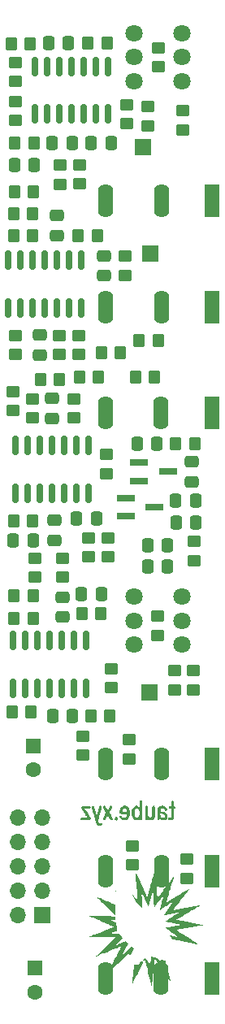
<source format=gbr>
%TF.GenerationSoftware,KiCad,Pcbnew,(6.0.2-0)*%
%TF.CreationDate,2022-07-30T11:22:52+02:00*%
%TF.ProjectId,blindeTaube,626c696e-6465-4546-9175-62652e6b6963,rev?*%
%TF.SameCoordinates,Original*%
%TF.FileFunction,Soldermask,Bot*%
%TF.FilePolarity,Negative*%
%FSLAX46Y46*%
G04 Gerber Fmt 4.6, Leading zero omitted, Abs format (unit mm)*
G04 Created by KiCad (PCBNEW (6.0.2-0)) date 2022-07-30 11:22:52*
%MOMM*%
%LPD*%
G01*
G04 APERTURE LIST*
G04 Aperture macros list*
%AMRoundRect*
0 Rectangle with rounded corners*
0 $1 Rounding radius*
0 $2 $3 $4 $5 $6 $7 $8 $9 X,Y pos of 4 corners*
0 Add a 4 corners polygon primitive as box body*
4,1,4,$2,$3,$4,$5,$6,$7,$8,$9,$2,$3,0*
0 Add four circle primitives for the rounded corners*
1,1,$1+$1,$2,$3*
1,1,$1+$1,$4,$5*
1,1,$1+$1,$6,$7*
1,1,$1+$1,$8,$9*
0 Add four rect primitives between the rounded corners*
20,1,$1+$1,$2,$3,$4,$5,0*
20,1,$1+$1,$4,$5,$6,$7,0*
20,1,$1+$1,$6,$7,$8,$9,0*
20,1,$1+$1,$8,$9,$2,$3,0*%
G04 Aperture macros list end*
%ADD10R,1.600000X3.500000*%
%ADD11O,1.600000X3.500000*%
%ADD12R,1.700000X1.700000*%
%ADD13R,1.600000X1.600000*%
%ADD14C,1.600000*%
%ADD15C,1.800000*%
%ADD16O,1.700000X1.700000*%
%ADD17RoundRect,0.250000X-0.350000X-0.450000X0.350000X-0.450000X0.350000X0.450000X-0.350000X0.450000X0*%
%ADD18RoundRect,0.250000X0.450000X-0.350000X0.450000X0.350000X-0.450000X0.350000X-0.450000X-0.350000X0*%
%ADD19RoundRect,0.250000X0.350000X0.450000X-0.350000X0.450000X-0.350000X-0.450000X0.350000X-0.450000X0*%
%ADD20RoundRect,0.250000X-0.450000X0.350000X-0.450000X-0.350000X0.450000X-0.350000X0.450000X0.350000X0*%
%ADD21RoundRect,0.250000X0.475000X-0.337500X0.475000X0.337500X-0.475000X0.337500X-0.475000X-0.337500X0*%
%ADD22RoundRect,0.250000X-0.337500X-0.475000X0.337500X-0.475000X0.337500X0.475000X-0.337500X0.475000X0*%
%ADD23R,1.900000X0.800000*%
%ADD24RoundRect,0.250000X0.337500X0.475000X-0.337500X0.475000X-0.337500X-0.475000X0.337500X-0.475000X0*%
%ADD25RoundRect,0.250000X-0.475000X0.337500X-0.475000X-0.337500X0.475000X-0.337500X0.475000X0.337500X0*%
%ADD26RoundRect,0.150000X-0.150000X0.825000X-0.150000X-0.825000X0.150000X-0.825000X0.150000X0.825000X0*%
%ADD27RoundRect,0.150000X0.150000X-0.825000X0.150000X0.825000X-0.150000X0.825000X-0.150000X-0.825000X0*%
G04 APERTURE END LIST*
%TO.C,G\u002A\u002A\u002A*%
G36*
X65850427Y-133662259D02*
G01*
X65909617Y-133686209D01*
X65997988Y-133723552D01*
X66111006Y-133772262D01*
X66244140Y-133830311D01*
X66392858Y-133895673D01*
X66552628Y-133966320D01*
X66718917Y-134040225D01*
X66887193Y-134115361D01*
X67052924Y-134189700D01*
X67211577Y-134261216D01*
X67358622Y-134327881D01*
X67489525Y-134387668D01*
X67599754Y-134438549D01*
X67684777Y-134478498D01*
X67740062Y-134505488D01*
X67761078Y-134517491D01*
X67774171Y-134552735D01*
X67785704Y-134613439D01*
X67793130Y-134684184D01*
X67795576Y-134752038D01*
X67792167Y-134804072D01*
X67782029Y-134827356D01*
X67768140Y-134839241D01*
X67783224Y-134867249D01*
X67785440Y-134870547D01*
X67796748Y-134911643D01*
X67805992Y-134991657D01*
X67813271Y-135111725D01*
X67818684Y-135272987D01*
X67827951Y-135647164D01*
X67110181Y-134944252D01*
X66874289Y-134712971D01*
X66652899Y-134495260D01*
X66460257Y-134305038D01*
X66295428Y-134141356D01*
X66157473Y-134003265D01*
X66045455Y-133889815D01*
X65958438Y-133800056D01*
X65895482Y-133733038D01*
X65855652Y-133687811D01*
X65838010Y-133663426D01*
X65841618Y-133658933D01*
X65850427Y-133662259D01*
G37*
G36*
X67873681Y-133035239D02*
G01*
X67912980Y-133058243D01*
X67925379Y-133101276D01*
X67906245Y-133148433D01*
X67879418Y-133171360D01*
X67836948Y-133173711D01*
X67800443Y-133135469D01*
X67797265Y-133128955D01*
X67793007Y-133079082D01*
X67821257Y-133043792D01*
X67873242Y-133035175D01*
X67873681Y-133035239D01*
G37*
G36*
X65322602Y-135669814D02*
G01*
X65338078Y-135670327D01*
X65454315Y-135673882D01*
X65599945Y-135677944D01*
X65769451Y-135682388D01*
X65957311Y-135687091D01*
X66158009Y-135691931D01*
X66366023Y-135696783D01*
X66575836Y-135701526D01*
X66781928Y-135706036D01*
X66978780Y-135710190D01*
X67160873Y-135713865D01*
X67322688Y-135716938D01*
X67458706Y-135719285D01*
X67563407Y-135720783D01*
X67631273Y-135721310D01*
X67822352Y-135721310D01*
X67822352Y-136121723D01*
X67562844Y-136110835D01*
X67518604Y-136108980D01*
X67426958Y-136105849D01*
X67369067Y-136106904D01*
X67345733Y-136114371D01*
X67357757Y-136130478D01*
X67405942Y-136157450D01*
X67491088Y-136197514D01*
X67613999Y-136252896D01*
X67620101Y-136255638D01*
X67712459Y-136297742D01*
X67789993Y-136334157D01*
X67844729Y-136361069D01*
X67868689Y-136374664D01*
X67875169Y-136393537D01*
X67885360Y-136447321D01*
X67896824Y-136526419D01*
X67908095Y-136621643D01*
X67915587Y-136684914D01*
X67933112Y-136805920D01*
X67953311Y-136921128D01*
X67973149Y-137012321D01*
X67977144Y-137028382D01*
X67992829Y-137102690D01*
X68000063Y-137158274D01*
X67997295Y-137184113D01*
X67983408Y-137191617D01*
X67935144Y-137213529D01*
X67859390Y-137246153D01*
X67763012Y-137286543D01*
X67652877Y-137331758D01*
X67572796Y-137364603D01*
X67471126Y-137407205D01*
X67387848Y-137443163D01*
X67329944Y-137469448D01*
X67304395Y-137483027D01*
X67306432Y-137485605D01*
X67339369Y-137490472D01*
X67406187Y-137494649D01*
X67501199Y-137497912D01*
X67618715Y-137500035D01*
X67753047Y-137500793D01*
X68221823Y-137500793D01*
X68322227Y-137633195D01*
X68323445Y-137634800D01*
X68382503Y-137712061D01*
X68441152Y-137787822D01*
X68486864Y-137845902D01*
X68551098Y-137926206D01*
X67684654Y-138794828D01*
X67843536Y-138727687D01*
X67857971Y-138721574D01*
X67934615Y-138688908D01*
X68039353Y-138644053D01*
X68163642Y-138590678D01*
X68298938Y-138532450D01*
X68436697Y-138473037D01*
X68870976Y-138285527D01*
X68985624Y-138399949D01*
X69100273Y-138514370D01*
X68800966Y-139167423D01*
X68501660Y-139820476D01*
X69468102Y-138841482D01*
X69531515Y-138875516D01*
X69625978Y-138935044D01*
X69687026Y-138995440D01*
X69707756Y-139052220D01*
X69704773Y-139070127D01*
X69685387Y-139126907D01*
X69651573Y-139207354D01*
X69607555Y-139302940D01*
X69557555Y-139405139D01*
X69505797Y-139505423D01*
X69456504Y-139595267D01*
X69413899Y-139666143D01*
X69382205Y-139709525D01*
X69333500Y-139749115D01*
X69260955Y-139767515D01*
X69193448Y-139767515D01*
X69205126Y-139638726D01*
X69216805Y-139509936D01*
X69075352Y-139644022D01*
X69047920Y-139670037D01*
X69014826Y-139701457D01*
X68976297Y-139738076D01*
X68930230Y-139781897D01*
X68874523Y-139834923D01*
X68807074Y-139899158D01*
X68725780Y-139976605D01*
X68628538Y-140069267D01*
X68513247Y-140179147D01*
X68377803Y-140308249D01*
X68220106Y-140458574D01*
X68038051Y-140632128D01*
X67829537Y-140830913D01*
X67592461Y-141056931D01*
X67519583Y-141126228D01*
X67405177Y-141234226D01*
X67302933Y-141329781D01*
X67216527Y-141409509D01*
X67149637Y-141470028D01*
X67105941Y-141507954D01*
X67089116Y-141519906D01*
X67092870Y-141509153D01*
X67113244Y-141463729D01*
X67149901Y-141385621D01*
X67201356Y-141277892D01*
X67266128Y-141143601D01*
X67342733Y-140985808D01*
X67429690Y-140807575D01*
X67525515Y-140611961D01*
X67628726Y-140402027D01*
X67737840Y-140180835D01*
X67817234Y-140020024D01*
X67922312Y-139806771D01*
X68020486Y-139607055D01*
X68110267Y-139423927D01*
X68190165Y-139260442D01*
X68258692Y-139119653D01*
X68314361Y-139004614D01*
X68355681Y-138918377D01*
X68381165Y-138863995D01*
X68389324Y-138844523D01*
X68387703Y-138844791D01*
X68357794Y-138855403D01*
X68292787Y-138880221D01*
X68196000Y-138917930D01*
X68070752Y-138967218D01*
X67920359Y-139026773D01*
X67748141Y-139095280D01*
X67557415Y-139171428D01*
X67351499Y-139253903D01*
X67133710Y-139341392D01*
X67091853Y-139358229D01*
X66872419Y-139446459D01*
X66663144Y-139530536D01*
X66467670Y-139609003D01*
X66289640Y-139680399D01*
X66132698Y-139743265D01*
X66000485Y-139796142D01*
X65896646Y-139837571D01*
X65824822Y-139866091D01*
X65788657Y-139880243D01*
X65693328Y-139916337D01*
X65790148Y-139826038D01*
X65793906Y-139822534D01*
X65831757Y-139787296D01*
X65897144Y-139726462D01*
X65987119Y-139642773D01*
X66098734Y-139538971D01*
X66229042Y-139417797D01*
X66375092Y-139281994D01*
X66533939Y-139134302D01*
X66702632Y-138977464D01*
X66878224Y-138814221D01*
X67869480Y-137892703D01*
X66537784Y-137877719D01*
X66506399Y-137877364D01*
X66270582Y-137874612D01*
X66045404Y-137871833D01*
X65834830Y-137869085D01*
X65642825Y-137866427D01*
X65473357Y-137863918D01*
X65330391Y-137861616D01*
X65217894Y-137859579D01*
X65139830Y-137857866D01*
X65100167Y-137856534D01*
X65091529Y-137855914D01*
X65075688Y-137853344D01*
X65069193Y-137848412D01*
X65074563Y-137840051D01*
X65094316Y-137827193D01*
X65130968Y-137808770D01*
X65187037Y-137783714D01*
X65265042Y-137750958D01*
X65367498Y-137709432D01*
X65496925Y-137658071D01*
X65655839Y-137595806D01*
X65846758Y-137521568D01*
X66072200Y-137434291D01*
X66334681Y-137332906D01*
X66466068Y-137282079D01*
X66685111Y-137196835D01*
X66889908Y-137116505D01*
X67077294Y-137042363D01*
X67244101Y-136975689D01*
X67387164Y-136917757D01*
X67503315Y-136869846D01*
X67589390Y-136833232D01*
X67642221Y-136809191D01*
X67658643Y-136799002D01*
X67654807Y-136796753D01*
X67619074Y-136780030D01*
X67548828Y-136748802D01*
X67447358Y-136704487D01*
X67317953Y-136648500D01*
X67163905Y-136582256D01*
X66988502Y-136507173D01*
X66795034Y-136424666D01*
X66586791Y-136336152D01*
X66367064Y-136243046D01*
X66286648Y-136209012D01*
X66069752Y-136117097D01*
X65864983Y-136030153D01*
X65675705Y-135949619D01*
X65505282Y-135876931D01*
X65357076Y-135813529D01*
X65234451Y-135760850D01*
X65140770Y-135720331D01*
X65079397Y-135693412D01*
X65053695Y-135681530D01*
X65048610Y-135676951D01*
X65062223Y-135669978D01*
X65110810Y-135666534D01*
X65196795Y-135666515D01*
X65322602Y-135669814D01*
G37*
G36*
X73283373Y-133636908D02*
G01*
X73231279Y-133811359D01*
X73186605Y-133962068D01*
X73150348Y-134085681D01*
X73123503Y-134178843D01*
X73107068Y-134238201D01*
X73102039Y-134260399D01*
X73107847Y-134258512D01*
X73144776Y-134238828D01*
X73213207Y-134199643D01*
X73310183Y-134142727D01*
X73432749Y-134069848D01*
X73577946Y-133982776D01*
X73742820Y-133883279D01*
X73924414Y-133773128D01*
X74119773Y-133654091D01*
X74325938Y-133527938D01*
X74438578Y-133458917D01*
X74639372Y-133336107D01*
X74827773Y-133221167D01*
X75000821Y-133115888D01*
X75155552Y-133022061D01*
X75289004Y-132941477D01*
X75398216Y-132875927D01*
X75480226Y-132827201D01*
X75532071Y-132797091D01*
X75550789Y-132787387D01*
X75547445Y-132793091D01*
X75522249Y-132827792D01*
X75474198Y-132891585D01*
X75405398Y-132981737D01*
X75317957Y-133095516D01*
X75213982Y-133230190D01*
X75095580Y-133383026D01*
X74964859Y-133551291D01*
X74823925Y-133732254D01*
X74674886Y-133923181D01*
X74590206Y-134031695D01*
X74445984Y-134217254D01*
X74311405Y-134391345D01*
X74188539Y-134551237D01*
X74079455Y-134694202D01*
X73986222Y-134817512D01*
X73910909Y-134918438D01*
X73855585Y-134994250D01*
X73822319Y-135042221D01*
X73813180Y-135059620D01*
X73818070Y-135059503D01*
X73857931Y-135054164D01*
X73934545Y-135042127D01*
X74044401Y-135023995D01*
X74183986Y-135000369D01*
X74349788Y-134971853D01*
X74538295Y-134939047D01*
X74745996Y-134902556D01*
X74969377Y-134862980D01*
X75204928Y-134820923D01*
X75302109Y-134803530D01*
X75533045Y-134762400D01*
X75750333Y-134723979D01*
X75950470Y-134688871D01*
X76129948Y-134657679D01*
X76285262Y-134631008D01*
X76412907Y-134609460D01*
X76509376Y-134593639D01*
X76571164Y-134584150D01*
X76594765Y-134581596D01*
X76591083Y-134585458D01*
X76557698Y-134608229D01*
X76492376Y-134649821D01*
X76398029Y-134708458D01*
X76277570Y-134782365D01*
X76133910Y-134869767D01*
X75969963Y-134968888D01*
X75788641Y-135077952D01*
X75592857Y-135195184D01*
X75385522Y-135318808D01*
X75272140Y-135386317D01*
X75069836Y-135507002D01*
X74880200Y-135620421D01*
X74706204Y-135724781D01*
X74550820Y-135818289D01*
X74417018Y-135899150D01*
X74307772Y-135965571D01*
X74226051Y-136015758D01*
X74174828Y-136047919D01*
X74157074Y-136060259D01*
X74162375Y-136062231D01*
X74202439Y-136071875D01*
X74278955Y-136088583D01*
X74388522Y-136111662D01*
X74527740Y-136140414D01*
X74693207Y-136174146D01*
X74881522Y-136212161D01*
X75089286Y-136253764D01*
X75313098Y-136298261D01*
X75549555Y-136344956D01*
X75668809Y-136368461D01*
X75900099Y-136414249D01*
X76117412Y-136457528D01*
X76317297Y-136497598D01*
X76496304Y-136533756D01*
X76650983Y-136565300D01*
X76777882Y-136591529D01*
X76873550Y-136611741D01*
X76934537Y-136625234D01*
X76957393Y-136631306D01*
X76953686Y-136633171D01*
X76916624Y-136641759D01*
X76842794Y-136656284D01*
X76735575Y-136676150D01*
X76598348Y-136700762D01*
X76434493Y-136729523D01*
X76247392Y-136761837D01*
X76040424Y-136797108D01*
X75816971Y-136834740D01*
X75580412Y-136874136D01*
X75468968Y-136892622D01*
X75236266Y-136931402D01*
X75017282Y-136968138D01*
X74815527Y-137002225D01*
X74634512Y-137033063D01*
X74477749Y-137060047D01*
X74348749Y-137082575D01*
X74251023Y-137100044D01*
X74188082Y-137111851D01*
X74163439Y-137117394D01*
X74168331Y-137125507D01*
X74203290Y-137154167D01*
X74267322Y-137200653D01*
X74356490Y-137262257D01*
X74466853Y-137336272D01*
X74594475Y-137419988D01*
X74735416Y-137510697D01*
X74750244Y-137520155D01*
X74930557Y-137635175D01*
X75134210Y-137765106D01*
X75349866Y-137902711D01*
X75566184Y-138040756D01*
X75771826Y-138172004D01*
X75955454Y-138289221D01*
X76083246Y-138371069D01*
X76216366Y-138456951D01*
X76333156Y-138532964D01*
X76429725Y-138596544D01*
X76502184Y-138645130D01*
X76546642Y-138676155D01*
X76559208Y-138687058D01*
X76551245Y-138685701D01*
X76507003Y-138676932D01*
X76427829Y-138660777D01*
X76317901Y-138638110D01*
X76181397Y-138609809D01*
X76022495Y-138576751D01*
X75845373Y-138539811D01*
X75654209Y-138499867D01*
X75453180Y-138457794D01*
X75246466Y-138414470D01*
X75038243Y-138370770D01*
X74832691Y-138327571D01*
X74633986Y-138285751D01*
X74446306Y-138246184D01*
X74273831Y-138209749D01*
X74120737Y-138177320D01*
X73991203Y-138149775D01*
X73889406Y-138127991D01*
X73819525Y-138112843D01*
X73785738Y-138105209D01*
X73784129Y-138104731D01*
X73751734Y-138079914D01*
X73708735Y-138028841D01*
X73663946Y-137961885D01*
X73619444Y-137888203D01*
X73574600Y-137815183D01*
X73541373Y-137762381D01*
X73498223Y-137695612D01*
X73589020Y-137715894D01*
X73624418Y-137723850D01*
X73700591Y-137741066D01*
X73802378Y-137764131D01*
X73920878Y-137791026D01*
X74047189Y-137819735D01*
X74152927Y-137843669D01*
X74259362Y-137867494D01*
X74345039Y-137886378D01*
X74403112Y-137898815D01*
X74426733Y-137903295D01*
X74424430Y-137900892D01*
X74395577Y-137879387D01*
X74336922Y-137837617D01*
X74252044Y-137778076D01*
X74144518Y-137703256D01*
X74017922Y-137615650D01*
X73875833Y-137517752D01*
X73721827Y-137412053D01*
X73583602Y-137317236D01*
X73430505Y-137211702D01*
X73307590Y-137126089D01*
X73212048Y-137058253D01*
X73141069Y-137006054D01*
X73091845Y-136967350D01*
X73061564Y-136939997D01*
X73047419Y-136921854D01*
X73046599Y-136910779D01*
X73056295Y-136904630D01*
X73068384Y-136901586D01*
X73120713Y-136890667D01*
X73206511Y-136874005D01*
X73320316Y-136852620D01*
X73456665Y-136827533D01*
X73610096Y-136799764D01*
X73775146Y-136770334D01*
X73850443Y-136756987D01*
X74016416Y-136727431D01*
X74171444Y-136699647D01*
X74309369Y-136674748D01*
X74424035Y-136653848D01*
X74509286Y-136638061D01*
X74558966Y-136628502D01*
X74675479Y-136604785D01*
X73851553Y-136428348D01*
X73792698Y-136415730D01*
X73615904Y-136377647D01*
X73453844Y-136342471D01*
X73310971Y-136311188D01*
X73191734Y-136284779D01*
X73100586Y-136264230D01*
X73041978Y-136250524D01*
X73020361Y-136244645D01*
X73023446Y-136241447D01*
X73054510Y-136219019D01*
X73115892Y-136177341D01*
X73203917Y-136118831D01*
X73314911Y-136045909D01*
X73445199Y-135960996D01*
X73591106Y-135866511D01*
X73748958Y-135764873D01*
X73830489Y-135712384D01*
X73979719Y-135615552D01*
X74113477Y-135527762D01*
X74228383Y-135451297D01*
X74321055Y-135388435D01*
X74388113Y-135341457D01*
X74426175Y-135312645D01*
X74431860Y-135304278D01*
X74419511Y-135307002D01*
X74351848Y-135321108D01*
X74255167Y-135340452D01*
X74134899Y-135364013D01*
X73996476Y-135390770D01*
X73845331Y-135419702D01*
X73686896Y-135449786D01*
X73526603Y-135480003D01*
X73369883Y-135509329D01*
X73222170Y-135536746D01*
X73088895Y-135561230D01*
X72975491Y-135581761D01*
X72887389Y-135597317D01*
X72830022Y-135606877D01*
X72808822Y-135609420D01*
X72810745Y-135604897D01*
X72832025Y-135571870D01*
X72874584Y-135509970D01*
X72935862Y-135422801D01*
X73013299Y-135313971D01*
X73104335Y-135187084D01*
X73206412Y-135045746D01*
X73316969Y-134893564D01*
X73369852Y-134820906D01*
X73476864Y-134673435D01*
X73574302Y-134538567D01*
X73659591Y-134419901D01*
X73730159Y-134321037D01*
X73783432Y-134245572D01*
X73816836Y-134197105D01*
X73827799Y-134179235D01*
X73825322Y-134180134D01*
X73795823Y-134197554D01*
X73736080Y-134235095D01*
X73649867Y-134290319D01*
X73540954Y-134360788D01*
X73413116Y-134444066D01*
X73270124Y-134537713D01*
X73115751Y-134639294D01*
X73060505Y-134675659D01*
X72909747Y-134774152D01*
X72771611Y-134863330D01*
X72649867Y-134940830D01*
X72548287Y-135004286D01*
X72470642Y-135051332D01*
X72420705Y-135079604D01*
X72402247Y-135086736D01*
X72402588Y-135081856D01*
X72411121Y-135042990D01*
X72429681Y-134969557D01*
X72457082Y-134865958D01*
X72492136Y-134736591D01*
X72533655Y-134585858D01*
X72580452Y-134418159D01*
X72631339Y-134237892D01*
X72652531Y-134163064D01*
X72701712Y-133988019D01*
X72746214Y-133827696D01*
X72784869Y-133686428D01*
X72816508Y-133568548D01*
X72839962Y-133478392D01*
X72854064Y-133420291D01*
X72857644Y-133398581D01*
X72857097Y-133398799D01*
X72840262Y-133419087D01*
X72802533Y-133468843D01*
X72747054Y-133543704D01*
X72676968Y-133639310D01*
X72595419Y-133751298D01*
X72505552Y-133875305D01*
X72410510Y-134006971D01*
X72313438Y-134141932D01*
X72217478Y-134275827D01*
X72125775Y-134404295D01*
X72041474Y-134522972D01*
X71967717Y-134627496D01*
X71907648Y-134713507D01*
X71864413Y-134776641D01*
X71858199Y-134784155D01*
X71840648Y-134788586D01*
X71839099Y-134780545D01*
X71834502Y-134735729D01*
X71827775Y-134655549D01*
X71819243Y-134544407D01*
X71809232Y-134406707D01*
X71798065Y-134246850D01*
X71786067Y-134069238D01*
X71773561Y-133878274D01*
X71766333Y-133766546D01*
X71754360Y-133583188D01*
X71743303Y-133415935D01*
X71733459Y-133269151D01*
X71725124Y-133147198D01*
X71718593Y-133054438D01*
X71714164Y-132995236D01*
X71712133Y-132973954D01*
X71710414Y-132978531D01*
X71699300Y-133016263D01*
X71678920Y-133088582D01*
X71650438Y-133191269D01*
X71615015Y-133320106D01*
X71573814Y-133470874D01*
X71527995Y-133639354D01*
X71478722Y-133821327D01*
X71455184Y-133908299D01*
X71406679Y-134086618D01*
X71361740Y-134250630D01*
X71321602Y-134395900D01*
X71287502Y-134517993D01*
X71260674Y-134612472D01*
X71242354Y-134674901D01*
X71233777Y-134700844D01*
X71232560Y-134701432D01*
X71217448Y-134681010D01*
X71187528Y-134624843D01*
X71144078Y-134535659D01*
X71088375Y-134416189D01*
X71021696Y-134269159D01*
X70945319Y-134097301D01*
X70860521Y-133903341D01*
X70816242Y-133801438D01*
X70743065Y-133633566D01*
X70676172Y-133480782D01*
X70617319Y-133347052D01*
X70568260Y-133236345D01*
X70530747Y-133152627D01*
X70506536Y-133099865D01*
X70497381Y-133082028D01*
X70497245Y-133082755D01*
X70498288Y-133110583D01*
X70502306Y-133175274D01*
X70508969Y-133272213D01*
X70517945Y-133396783D01*
X70528902Y-133544368D01*
X70541508Y-133710353D01*
X70555433Y-133890123D01*
X70557015Y-133910374D01*
X70571069Y-134091914D01*
X70583980Y-134261500D01*
X70595378Y-134414086D01*
X70604896Y-134544623D01*
X70612164Y-134648066D01*
X70616814Y-134719368D01*
X70618477Y-134753480D01*
X70618682Y-134813090D01*
X70492720Y-134724733D01*
X70480031Y-134715522D01*
X70412617Y-134660899D01*
X70328150Y-134586036D01*
X70236165Y-134499583D01*
X70146191Y-134410193D01*
X70141677Y-134405564D01*
X70063085Y-134324093D01*
X70002253Y-134257425D01*
X69953121Y-134196749D01*
X69909626Y-134133254D01*
X69865706Y-134058129D01*
X69815299Y-133962563D01*
X69752344Y-133837746D01*
X69699983Y-133731372D01*
X69653518Y-133633397D01*
X69618044Y-133554627D01*
X69596335Y-133501231D01*
X69591167Y-133479378D01*
X69602967Y-133484889D01*
X69640654Y-133515338D01*
X69698928Y-133567783D01*
X69772671Y-133637586D01*
X69856765Y-133720108D01*
X69924154Y-133786413D01*
X69998368Y-133857018D01*
X70057326Y-133910320D01*
X70096225Y-133942005D01*
X70110258Y-133947758D01*
X70109893Y-133941374D01*
X70106654Y-133898309D01*
X70100306Y-133818196D01*
X70091139Y-133704584D01*
X70079444Y-133561022D01*
X70065512Y-133391058D01*
X70049633Y-133198240D01*
X70032097Y-132986116D01*
X70013195Y-132758236D01*
X69993218Y-132518148D01*
X69984029Y-132407577D01*
X69964660Y-132172406D01*
X69946654Y-131950947D01*
X69930288Y-131746763D01*
X69915838Y-131563417D01*
X69903580Y-131404473D01*
X69893791Y-131273495D01*
X69886748Y-131174044D01*
X69882725Y-131109684D01*
X69882000Y-131083979D01*
X69886175Y-131088386D01*
X69906407Y-131124893D01*
X69942071Y-131194905D01*
X69991713Y-131295406D01*
X70053878Y-131423377D01*
X70127112Y-131575802D01*
X70209961Y-131749662D01*
X70300969Y-131941940D01*
X70398684Y-132149618D01*
X70501650Y-132369679D01*
X70566095Y-132507704D01*
X70666101Y-132721565D01*
X70759899Y-132921754D01*
X70846031Y-133105177D01*
X70923037Y-133268743D01*
X70989458Y-133409360D01*
X71043836Y-133523934D01*
X71084710Y-133609374D01*
X71110623Y-133662588D01*
X71120116Y-133680482D01*
X71122574Y-133673170D01*
X71135597Y-133630328D01*
X71158911Y-133552058D01*
X71191543Y-133441673D01*
X71232519Y-133302489D01*
X71280864Y-133137820D01*
X71335605Y-132950981D01*
X71395769Y-132745287D01*
X71460380Y-132524052D01*
X71528466Y-132290592D01*
X71568497Y-132153323D01*
X71634780Y-131926435D01*
X71697092Y-131713639D01*
X71754451Y-131518260D01*
X71805875Y-131343622D01*
X71850384Y-131193048D01*
X71886995Y-131069863D01*
X71914728Y-130977392D01*
X71932601Y-130918958D01*
X71939632Y-130897885D01*
X71940660Y-130897355D01*
X71943296Y-130901138D01*
X71946266Y-130914341D01*
X71949784Y-130939701D01*
X71954064Y-130979958D01*
X71959320Y-131037847D01*
X71965767Y-131116106D01*
X71973618Y-131217472D01*
X71983089Y-131344684D01*
X71994392Y-131500477D01*
X72007744Y-131687591D01*
X72023357Y-131908761D01*
X72041446Y-132166725D01*
X72062225Y-132464221D01*
X72064540Y-132497334D01*
X72080819Y-132726562D01*
X72096578Y-132942294D01*
X72111526Y-133140931D01*
X72125371Y-133318878D01*
X72137824Y-133472537D01*
X72148593Y-133598311D01*
X72157389Y-133692602D01*
X72163921Y-133751815D01*
X72167897Y-133772352D01*
X72172646Y-133767816D01*
X72200132Y-133734878D01*
X72249990Y-133672393D01*
X72320085Y-133583116D01*
X72408280Y-133469805D01*
X72493833Y-133359258D01*
X72864220Y-133359258D01*
X72874812Y-133369850D01*
X72885404Y-133359258D01*
X72874812Y-133348666D01*
X72864220Y-133359258D01*
X72493833Y-133359258D01*
X72512440Y-133335215D01*
X72630429Y-133182103D01*
X72760111Y-133013223D01*
X72899351Y-132831334D01*
X73046012Y-132639190D01*
X73124427Y-132536385D01*
X73267125Y-132349704D01*
X73401118Y-132174922D01*
X73524290Y-132014771D01*
X73634526Y-131871979D01*
X73729713Y-131749277D01*
X73807734Y-131649395D01*
X73866476Y-131575064D01*
X73903822Y-131529014D01*
X73917658Y-131513975D01*
X73916714Y-131520119D01*
X73905980Y-131560996D01*
X73884350Y-131637315D01*
X73852811Y-131745743D01*
X73812353Y-131882947D01*
X73763967Y-132045593D01*
X73708641Y-132230350D01*
X73647365Y-132433883D01*
X73581129Y-132652859D01*
X73510922Y-132883947D01*
X73474214Y-133004644D01*
X73405837Y-133230197D01*
X73366885Y-133359258D01*
X73341892Y-133442069D01*
X73283373Y-133636908D01*
G37*
G36*
X71579908Y-139880150D02*
G01*
X71626014Y-139893706D01*
X71695504Y-139918753D01*
X71793691Y-139956718D01*
X71925888Y-140009027D01*
X72311575Y-140162199D01*
X72449861Y-140372655D01*
X72451964Y-140375853D01*
X72504923Y-140454693D01*
X72548210Y-140516013D01*
X72577414Y-140553771D01*
X72588123Y-140561927D01*
X72587924Y-140559118D01*
X72581041Y-140523191D01*
X72566320Y-140460223D01*
X72546455Y-140381860D01*
X72541787Y-140364017D01*
X72522926Y-140291236D01*
X72509601Y-140238681D01*
X72504450Y-140216722D01*
X72505516Y-140214996D01*
X72531966Y-140215640D01*
X72586952Y-140226578D01*
X72661181Y-140245131D01*
X72745360Y-140268620D01*
X72830197Y-140294365D01*
X72906397Y-140319687D01*
X72964667Y-140341908D01*
X72995714Y-140358348D01*
X72997199Y-140361094D01*
X73008618Y-140395183D01*
X73029084Y-140464064D01*
X73057327Y-140563009D01*
X73092079Y-140687290D01*
X73132073Y-140832181D01*
X73176038Y-140992953D01*
X73222707Y-141164879D01*
X73270810Y-141343232D01*
X73319081Y-141523285D01*
X73366249Y-141700310D01*
X73411047Y-141869579D01*
X73452205Y-142026365D01*
X73488456Y-142165940D01*
X73518531Y-142283578D01*
X73541161Y-142374550D01*
X73555078Y-142434130D01*
X73559013Y-142457590D01*
X73554611Y-142453744D01*
X73528943Y-142421302D01*
X73482134Y-142358463D01*
X73416174Y-142268003D01*
X73333055Y-142152701D01*
X73234768Y-142015334D01*
X73123304Y-141858679D01*
X73000654Y-141685515D01*
X72868810Y-141498618D01*
X72729761Y-141300766D01*
X72652343Y-141190495D01*
X72516614Y-140997596D01*
X72389015Y-140816800D01*
X72271565Y-140650933D01*
X72166282Y-140502825D01*
X72075183Y-140375304D01*
X72000284Y-140271197D01*
X71943604Y-140193333D01*
X71907160Y-140144541D01*
X71892970Y-140127648D01*
X71891792Y-140130518D01*
X71886000Y-140165771D01*
X71876693Y-140238402D01*
X71864246Y-140344909D01*
X71849040Y-140481793D01*
X71831451Y-140645552D01*
X71811858Y-140832687D01*
X71790639Y-141039695D01*
X71768172Y-141263078D01*
X71744835Y-141499333D01*
X71737476Y-141574450D01*
X71714279Y-141810470D01*
X71692151Y-142034542D01*
X71671471Y-142242887D01*
X71652617Y-142431730D01*
X71635970Y-142597291D01*
X71621908Y-142735793D01*
X71610811Y-142843458D01*
X71603059Y-142916509D01*
X71599031Y-142951169D01*
X71596587Y-142967241D01*
X71588076Y-143010794D01*
X71581836Y-143025314D01*
X71575571Y-143004938D01*
X71559410Y-142945304D01*
X71533906Y-142848393D01*
X71499558Y-142716149D01*
X71456863Y-142550516D01*
X71406322Y-142353438D01*
X71348431Y-142126859D01*
X71283691Y-141872725D01*
X71212599Y-141592979D01*
X71135653Y-141289566D01*
X71053354Y-140964429D01*
X71016934Y-140820696D01*
X70976479Y-140661713D01*
X70940031Y-140519207D01*
X70908860Y-140398100D01*
X70884232Y-140303312D01*
X70867415Y-140239767D01*
X70859676Y-140212386D01*
X70852690Y-140204828D01*
X70830668Y-140222982D01*
X70796354Y-140281650D01*
X70778317Y-140315835D01*
X70751727Y-140356480D01*
X70729288Y-140368932D01*
X70702595Y-140360235D01*
X70692184Y-140354327D01*
X70678095Y-140339887D01*
X70680556Y-140317420D01*
X70702155Y-140278036D01*
X70745477Y-140212843D01*
X70747833Y-140209381D01*
X70792494Y-140146188D01*
X70829486Y-140098042D01*
X70851008Y-140075121D01*
X70855844Y-140072690D01*
X70896496Y-140078012D01*
X70949998Y-140117411D01*
X71013325Y-140186528D01*
X71083454Y-140281003D01*
X71157360Y-140396478D01*
X71232019Y-140528594D01*
X71304406Y-140672991D01*
X71371497Y-140825311D01*
X71418652Y-140940404D01*
X71431224Y-140857087D01*
X71431318Y-140856463D01*
X71437068Y-140808492D01*
X71445390Y-140726699D01*
X71455508Y-140619314D01*
X71466647Y-140494563D01*
X71478030Y-140360676D01*
X71478863Y-140350664D01*
X71490217Y-140220640D01*
X71501405Y-140103359D01*
X71511654Y-140006195D01*
X71520187Y-139936523D01*
X71526232Y-139901719D01*
X71528753Y-139894163D01*
X71536591Y-139881805D01*
X71551871Y-139876659D01*
X71579908Y-139880150D01*
G37*
G36*
X70571719Y-140433002D02*
G01*
X70636168Y-140440593D01*
X70684427Y-140452997D01*
X70703419Y-140468539D01*
X70703383Y-140468813D01*
X70693041Y-140492682D01*
X70665462Y-140550917D01*
X70622272Y-140640206D01*
X70565100Y-140757237D01*
X70495574Y-140898696D01*
X70415321Y-141061271D01*
X70325969Y-141241650D01*
X70229147Y-141436520D01*
X70126482Y-141642568D01*
X70117613Y-141660341D01*
X70015531Y-141864437D01*
X69919247Y-142056112D01*
X69830391Y-142232175D01*
X69750592Y-142389434D01*
X69681481Y-142524700D01*
X69624687Y-142634779D01*
X69581841Y-142716482D01*
X69554572Y-142766616D01*
X69544511Y-142781991D01*
X69545693Y-142759197D01*
X69551182Y-142698318D01*
X69560565Y-142603619D01*
X69573405Y-142479290D01*
X69589262Y-142329523D01*
X69607697Y-142158509D01*
X69628271Y-141970439D01*
X69650545Y-141769504D01*
X69761613Y-140773912D01*
X69824718Y-140743404D01*
X69862870Y-140729814D01*
X69937280Y-140716322D01*
X70021161Y-140710996D01*
X70101749Y-140713819D01*
X70166280Y-140724776D01*
X70201989Y-140743853D01*
X70220198Y-140761236D01*
X70251816Y-140769047D01*
X70253567Y-140768570D01*
X70290206Y-140773338D01*
X70340798Y-140793668D01*
X70345148Y-140795907D01*
X70399845Y-140820841D01*
X70419625Y-140821872D01*
X70404432Y-140799174D01*
X70354207Y-140752919D01*
X70269799Y-140680699D01*
X70326200Y-140565700D01*
X70344841Y-140529024D01*
X70377520Y-140477653D01*
X70411124Y-140450434D01*
X70456231Y-140436888D01*
X70504156Y-140431898D01*
X70571719Y-140433002D01*
G37*
G36*
X73218870Y-125442311D02*
G01*
X73168977Y-125557358D01*
X73143549Y-125594123D01*
X73060471Y-125669948D01*
X72953535Y-125712118D01*
X72913521Y-125718686D01*
X72786588Y-125711353D01*
X72655304Y-125662771D01*
X72521180Y-125573425D01*
X72453723Y-125518694D01*
X72420978Y-125582018D01*
X72391913Y-125628958D01*
X72338786Y-125685072D01*
X72284112Y-125714655D01*
X72236831Y-125711424D01*
X72205197Y-125692006D01*
X72167849Y-125653045D01*
X72150110Y-125599578D01*
X72149912Y-125523045D01*
X72165186Y-125414882D01*
X72176288Y-125334187D01*
X72187212Y-125207082D01*
X72194454Y-125060676D01*
X72195693Y-124991992D01*
X72476426Y-124991992D01*
X72477322Y-125041990D01*
X72484212Y-125109733D01*
X72495626Y-125183716D01*
X72510094Y-125252432D01*
X72526148Y-125304373D01*
X72528686Y-125310109D01*
X72569333Y-125368240D01*
X72624434Y-125415512D01*
X72638188Y-125423482D01*
X72729755Y-125456106D01*
X72813056Y-125453507D01*
X72881150Y-125418917D01*
X72927097Y-125355568D01*
X72943955Y-125266694D01*
X72939650Y-125217441D01*
X72916165Y-125159952D01*
X72867279Y-125112292D01*
X72787427Y-125069572D01*
X72671048Y-125026904D01*
X72641002Y-125017237D01*
X72565587Y-124993706D01*
X72509667Y-124977328D01*
X72483605Y-124971184D01*
X72482991Y-124971248D01*
X72476426Y-124991992D01*
X72195693Y-124991992D01*
X72197215Y-124907631D01*
X72197365Y-124869766D01*
X72201324Y-124696599D01*
X72211915Y-124559245D01*
X72230915Y-124452406D01*
X72260103Y-124370786D01*
X72301256Y-124309088D01*
X72356151Y-124262017D01*
X72426566Y-124224275D01*
X72496802Y-124202400D01*
X72602268Y-124186425D01*
X72716619Y-124181628D01*
X72823438Y-124188572D01*
X72906307Y-124207820D01*
X72962556Y-124234645D01*
X73050486Y-124298708D01*
X73120666Y-124377747D01*
X73169402Y-124464368D01*
X73193001Y-124551177D01*
X73187772Y-124630782D01*
X73150021Y-124695788D01*
X73139514Y-124705638D01*
X73082176Y-124735906D01*
X73029575Y-124724363D01*
X72984857Y-124671474D01*
X72971623Y-124647807D01*
X72895546Y-124540959D01*
X72813148Y-124474564D01*
X72721841Y-124447104D01*
X72619038Y-124457064D01*
X72598171Y-124463570D01*
X72544645Y-124498480D01*
X72509262Y-124560123D01*
X72487111Y-124655903D01*
X72475699Y-124732532D01*
X72701642Y-124799720D01*
X72773678Y-124821532D01*
X72900856Y-124863261D01*
X72996319Y-124900750D01*
X73066685Y-124937182D01*
X73118572Y-124975744D01*
X73158598Y-125019620D01*
X73191535Y-125072609D01*
X73229913Y-125187715D01*
X73235615Y-125266694D01*
X73239104Y-125315023D01*
X73218870Y-125442311D01*
G37*
G36*
X70603225Y-125251144D02*
G01*
X70601004Y-125405051D01*
X70597652Y-125521614D01*
X70593193Y-125599163D01*
X70587654Y-125636028D01*
X70561425Y-125677927D01*
X70518177Y-125710717D01*
X70483604Y-125719533D01*
X70449020Y-125717518D01*
X70446101Y-125715933D01*
X70376349Y-125655303D01*
X70340691Y-125569554D01*
X70326862Y-125495843D01*
X70276369Y-125560362D01*
X70237508Y-125604146D01*
X70136493Y-125677986D01*
X70024545Y-125714166D01*
X69908266Y-125712319D01*
X69794254Y-125672076D01*
X69689110Y-125593070D01*
X69611019Y-125489023D01*
X69549784Y-125352191D01*
X69508335Y-125191771D01*
X69488162Y-125016240D01*
X69785365Y-125016240D01*
X69804114Y-125164208D01*
X69845992Y-125279848D01*
X69910504Y-125361260D01*
X69914052Y-125364195D01*
X69995323Y-125407505D01*
X70078665Y-125411780D01*
X70158052Y-125379411D01*
X70227459Y-125312790D01*
X70280861Y-125214308D01*
X70294840Y-125171426D01*
X70306523Y-125106668D01*
X70310232Y-125024572D01*
X70307036Y-124912826D01*
X70301450Y-124823931D01*
X70289349Y-124729900D01*
X70268960Y-124659136D01*
X70236765Y-124600594D01*
X70189242Y-124543231D01*
X70135384Y-124498833D01*
X70055911Y-124471846D01*
X69976309Y-124483354D01*
X69903032Y-124531994D01*
X69842534Y-124616406D01*
X69821993Y-124665196D01*
X69799302Y-124760515D01*
X69786663Y-124887239D01*
X69785365Y-125016240D01*
X69488162Y-125016240D01*
X69488070Y-125015437D01*
X69490384Y-124830861D01*
X69516675Y-124645717D01*
X69547594Y-124531710D01*
X69610919Y-124393040D01*
X69694625Y-124289304D01*
X69797558Y-124221807D01*
X69918566Y-124191850D01*
X69941884Y-124190284D01*
X70065083Y-124198406D01*
X70166835Y-124238678D01*
X70255557Y-124314156D01*
X70329694Y-124396216D01*
X70336396Y-124050331D01*
X70336537Y-124043127D01*
X70339595Y-123913878D01*
X70343464Y-123819860D01*
X70348964Y-123754266D01*
X70356915Y-123710283D01*
X70368138Y-123681104D01*
X70383454Y-123659917D01*
X70436348Y-123623206D01*
X70498756Y-123621487D01*
X70556954Y-123659962D01*
X70565511Y-123670786D01*
X70573735Y-123686935D01*
X70580485Y-123710814D01*
X70585945Y-123746273D01*
X70590294Y-123797161D01*
X70593714Y-123867325D01*
X70596387Y-123960615D01*
X70598495Y-124080879D01*
X70600217Y-124231966D01*
X70601737Y-124417724D01*
X70603234Y-124642002D01*
X70604163Y-124837987D01*
X70604266Y-125024572D01*
X70604286Y-125061566D01*
X70603225Y-125251144D01*
G37*
G36*
X69304092Y-125039996D02*
G01*
X69291191Y-125177167D01*
X69266311Y-125288949D01*
X69250009Y-125334363D01*
X69176399Y-125477634D01*
X69080849Y-125590344D01*
X68966813Y-125669094D01*
X68837748Y-125710487D01*
X68727125Y-125719516D01*
X68580286Y-125700344D01*
X68451286Y-125643542D01*
X68342078Y-125549745D01*
X68321252Y-125524758D01*
X68262141Y-125428211D01*
X68238945Y-125336641D01*
X68253327Y-125255551D01*
X68282329Y-125216503D01*
X68330228Y-125204028D01*
X68389121Y-125229629D01*
X68456044Y-125292763D01*
X68490679Y-125331515D01*
X68571913Y-125405043D01*
X68648981Y-125445700D01*
X68729820Y-125458284D01*
X68751783Y-125457473D01*
X68843347Y-125430943D01*
X68916190Y-125366793D01*
X68970488Y-125264807D01*
X69006420Y-125124770D01*
X69018019Y-125055921D01*
X68737856Y-125055416D01*
X68615477Y-125054398D01*
X68482280Y-125049285D01*
X68383021Y-125037640D01*
X68312877Y-125017008D01*
X68267024Y-124984935D01*
X68240640Y-124938970D01*
X68228901Y-124876657D01*
X68227630Y-124822894D01*
X68510655Y-124822894D01*
X69013608Y-124822894D01*
X68995183Y-124724266D01*
X68985187Y-124679363D01*
X68942256Y-124569504D01*
X68880845Y-124493066D01*
X68803562Y-124452576D01*
X68713012Y-124450563D01*
X68654331Y-124470608D01*
X68609700Y-124501022D01*
X68598414Y-124514756D01*
X68555478Y-124589585D01*
X68523315Y-124678455D01*
X68510655Y-124758660D01*
X68510655Y-124822894D01*
X68227630Y-124822894D01*
X68226984Y-124795544D01*
X68232089Y-124706545D01*
X68264915Y-124550486D01*
X68329454Y-124418614D01*
X68427549Y-124306434D01*
X68515076Y-124241699D01*
X68638563Y-124189562D01*
X68765008Y-124174961D01*
X68889327Y-124196098D01*
X69006438Y-124251176D01*
X69111260Y-124338398D01*
X69198710Y-124455967D01*
X69263705Y-124602087D01*
X69271491Y-124628463D01*
X69294184Y-124750411D01*
X69299731Y-124822894D01*
X69305070Y-124892666D01*
X69304092Y-125039996D01*
G37*
G36*
X67404878Y-124203376D02*
G01*
X67454176Y-124251023D01*
X67472623Y-124321287D01*
X67463009Y-124366536D01*
X67431813Y-124446277D01*
X67380761Y-124554123D01*
X67311655Y-124686287D01*
X67226297Y-124838981D01*
X67186635Y-124908028D01*
X67340221Y-125201706D01*
X67372644Y-125264419D01*
X67432996Y-125388194D01*
X67472287Y-125483660D01*
X67491604Y-125556089D01*
X67492035Y-125610752D01*
X67474669Y-125652920D01*
X67440595Y-125687864D01*
X67402783Y-125713240D01*
X67365286Y-125723976D01*
X67328495Y-125713384D01*
X67288673Y-125678056D01*
X67242086Y-125614583D01*
X67184997Y-125519559D01*
X67113673Y-125389574D01*
X67074584Y-125317684D01*
X67035364Y-125247913D01*
X67007168Y-125200508D01*
X66994360Y-125183027D01*
X66986935Y-125192619D01*
X66963695Y-125233054D01*
X66929277Y-125297821D01*
X66887990Y-125378982D01*
X66866336Y-125421949D01*
X66804275Y-125538475D01*
X66753154Y-125621352D01*
X66709544Y-125675035D01*
X66670014Y-125703978D01*
X66631136Y-125712635D01*
X66566108Y-125696727D01*
X66516671Y-125649206D01*
X66498144Y-125579194D01*
X66499047Y-125569919D01*
X66514709Y-125516900D01*
X66547716Y-125435442D01*
X66595296Y-125332025D01*
X66654679Y-125213128D01*
X66811214Y-124910384D01*
X66676316Y-124670684D01*
X66620968Y-124570080D01*
X66569349Y-124467305D01*
X66538150Y-124388978D01*
X66525586Y-124329055D01*
X66529870Y-124281488D01*
X66549218Y-124240231D01*
X66567239Y-124218914D01*
X66624592Y-124189917D01*
X66689687Y-124193234D01*
X66747735Y-124229653D01*
X66761762Y-124247672D01*
X66796787Y-124301826D01*
X66840869Y-124376994D01*
X66887701Y-124462680D01*
X66918133Y-124519729D01*
X66956086Y-124588730D01*
X66983516Y-124635929D01*
X66995935Y-124653419D01*
X66999456Y-124649862D01*
X67019526Y-124618698D01*
X67052345Y-124562344D01*
X67092926Y-124489241D01*
X67111025Y-124456193D01*
X67173819Y-124346650D01*
X67224164Y-124269782D01*
X67265973Y-124220803D01*
X67303158Y-124194926D01*
X67339631Y-124187364D01*
X67404878Y-124203376D01*
G37*
G36*
X64833089Y-124208843D02*
G01*
X64962596Y-124211151D01*
X65058187Y-124217101D01*
X65124963Y-124228274D01*
X65168023Y-124246249D01*
X65192466Y-124272607D01*
X65203392Y-124308927D01*
X65205901Y-124356790D01*
X65205503Y-124371246D01*
X65196521Y-124425560D01*
X65179420Y-124456214D01*
X65177603Y-124457150D01*
X65142294Y-124464468D01*
X65074767Y-124471922D01*
X64983948Y-124478689D01*
X64878764Y-124483945D01*
X64604589Y-124494537D01*
X64918310Y-124958702D01*
X65013693Y-125100755D01*
X65099517Y-125231971D01*
X65163994Y-125336529D01*
X65208843Y-125418588D01*
X65235782Y-125482305D01*
X65246533Y-125531835D01*
X65242814Y-125571336D01*
X65226345Y-125604966D01*
X65198845Y-125636880D01*
X65144274Y-125691451D01*
X64698440Y-125691451D01*
X64634074Y-125691422D01*
X64500287Y-125690930D01*
X64400672Y-125689433D01*
X64329373Y-125686423D01*
X64280535Y-125681391D01*
X64248303Y-125673829D01*
X64226822Y-125663228D01*
X64210238Y-125649082D01*
X64175689Y-125589092D01*
X64171659Y-125514198D01*
X64200847Y-125441953D01*
X64205120Y-125436013D01*
X64220715Y-125419342D01*
X64243029Y-125407909D01*
X64279190Y-125400729D01*
X64336330Y-125396818D01*
X64421577Y-125395193D01*
X64542062Y-125394870D01*
X64610074Y-125394731D01*
X64711816Y-125393448D01*
X64779842Y-125390335D01*
X64819838Y-125384802D01*
X64837494Y-125376259D01*
X64838498Y-125364115D01*
X64830549Y-125349788D01*
X64801152Y-125303038D01*
X64753648Y-125230135D01*
X64691469Y-125136282D01*
X64618047Y-125026685D01*
X64536812Y-124906547D01*
X64488251Y-124834796D01*
X64403325Y-124707336D01*
X64339200Y-124607389D01*
X64293180Y-124530315D01*
X64262571Y-124471472D01*
X64244677Y-124426218D01*
X64236803Y-124389912D01*
X64236724Y-124389208D01*
X64233996Y-124328375D01*
X64247812Y-124289708D01*
X64284868Y-124254320D01*
X64305565Y-124239486D01*
X64331098Y-124227158D01*
X64365647Y-124218619D01*
X64415880Y-124213178D01*
X64488469Y-124210146D01*
X64590085Y-124208833D01*
X64727397Y-124208548D01*
X64833089Y-124208843D01*
G37*
G36*
X66284564Y-124194642D02*
G01*
X66341275Y-124231966D01*
X66358201Y-124255066D01*
X66370713Y-124287575D01*
X66375288Y-124330742D01*
X66371159Y-124388792D01*
X66357564Y-124465948D01*
X66333737Y-124566436D01*
X66298913Y-124694480D01*
X66252330Y-124854305D01*
X66193221Y-125050137D01*
X66180551Y-125091797D01*
X66135198Y-125242658D01*
X66094602Y-125380379D01*
X66060319Y-125499493D01*
X66033904Y-125594534D01*
X66016914Y-125660037D01*
X66010905Y-125690534D01*
X66011029Y-125695097D01*
X66022723Y-125753712D01*
X66048389Y-125828174D01*
X66080818Y-125900064D01*
X66112804Y-125950959D01*
X66126736Y-125963631D01*
X66176137Y-125982338D01*
X66257062Y-125988031D01*
X66327053Y-125991304D01*
X66368554Y-126003760D01*
X66391477Y-126029007D01*
X66409618Y-126076240D01*
X66410139Y-126155455D01*
X66374932Y-126223619D01*
X66307485Y-126270699D01*
X66279131Y-126275824D01*
X66218547Y-126278846D01*
X66143535Y-126277770D01*
X66142218Y-126277712D01*
X66036227Y-126264301D01*
X65957064Y-126230282D01*
X65894075Y-126168505D01*
X65836605Y-126071822D01*
X65830421Y-126058166D01*
X65807523Y-125997506D01*
X65776203Y-125905205D01*
X65738080Y-125786809D01*
X65694774Y-125647861D01*
X65647905Y-125493907D01*
X65599093Y-125330492D01*
X65549957Y-125163160D01*
X65502117Y-124997456D01*
X65457193Y-124838924D01*
X65416806Y-124693110D01*
X65382573Y-124565558D01*
X65356116Y-124461812D01*
X65339054Y-124387419D01*
X65333007Y-124347921D01*
X65334084Y-124323726D01*
X65355777Y-124249150D01*
X65401761Y-124203224D01*
X65467296Y-124191470D01*
X65468847Y-124191623D01*
X65495280Y-124195710D01*
X65517698Y-124205144D01*
X65537945Y-124224380D01*
X65557863Y-124257873D01*
X65579295Y-124310078D01*
X65604084Y-124385451D01*
X65634075Y-124488445D01*
X65671108Y-124623518D01*
X65717029Y-124795122D01*
X65740562Y-124883238D01*
X65774878Y-125010880D01*
X65804618Y-125120475D01*
X65828215Y-125206296D01*
X65844101Y-125262615D01*
X65850710Y-125283704D01*
X65854657Y-125273649D01*
X65868068Y-125228339D01*
X65889424Y-125151592D01*
X65917231Y-125048884D01*
X65949993Y-124925692D01*
X65986215Y-124787490D01*
X66011900Y-124690211D01*
X66048790Y-124555237D01*
X66082820Y-124436074D01*
X66112121Y-124339042D01*
X66134826Y-124270459D01*
X66149065Y-124236647D01*
X66165769Y-124216893D01*
X66221215Y-124189735D01*
X66284564Y-124194642D01*
G37*
G36*
X73830868Y-123698212D02*
G01*
X73837575Y-123703796D01*
X73857553Y-123725300D01*
X73870780Y-123754321D01*
X73879066Y-123799571D01*
X73884220Y-123869763D01*
X73888050Y-123973608D01*
X73888965Y-124002726D01*
X73892784Y-124096109D01*
X73897901Y-124156150D01*
X73905784Y-124190082D01*
X73917899Y-124205137D01*
X73935715Y-124208548D01*
X73950754Y-124210135D01*
X74003424Y-124237940D01*
X74044429Y-124289343D01*
X74060946Y-124349875D01*
X74044525Y-124415866D01*
X74001052Y-124464942D01*
X73941149Y-124483945D01*
X73891472Y-124483945D01*
X73891472Y-124963430D01*
X73890790Y-125099505D01*
X73887889Y-125255374D01*
X73882871Y-125380714D01*
X73875904Y-125471588D01*
X73867161Y-125524060D01*
X73829969Y-125605184D01*
X73759593Y-125675506D01*
X73664201Y-125712331D01*
X73584860Y-125720800D01*
X73477750Y-125712109D01*
X73388899Y-125681050D01*
X73324122Y-125631103D01*
X73289234Y-125565746D01*
X73290049Y-125488459D01*
X73298597Y-125462677D01*
X73329195Y-125425141D01*
X73383189Y-125409216D01*
X73468781Y-125411363D01*
X73513554Y-125415099D01*
X73554825Y-125412963D01*
X73575258Y-125396555D01*
X73587641Y-125360392D01*
X73592649Y-125321754D01*
X73597214Y-125247971D01*
X73600917Y-125147411D01*
X73603470Y-125027963D01*
X73604584Y-124897518D01*
X73605484Y-124495494D01*
X73527153Y-124482643D01*
X73519535Y-124481337D01*
X73440448Y-124456571D01*
X73396583Y-124414491D01*
X73383048Y-124350617D01*
X73383214Y-124341905D01*
X73402875Y-124268986D01*
X73453967Y-124223950D01*
X73534622Y-124208548D01*
X73616076Y-124208548D01*
X73616076Y-123985150D01*
X73616094Y-123961568D01*
X73617133Y-123868136D01*
X73621066Y-123805694D01*
X73629677Y-123764785D01*
X73644751Y-123735957D01*
X73668074Y-123709754D01*
X73672286Y-123705592D01*
X73725682Y-123666072D01*
X73774369Y-123663908D01*
X73830868Y-123698212D01*
G37*
G36*
X71821482Y-124197409D02*
G01*
X71873177Y-124244775D01*
X71880619Y-124257431D01*
X71890669Y-124282617D01*
X71898215Y-124317810D01*
X71903598Y-124368403D01*
X71907159Y-124439789D01*
X71909238Y-124537362D01*
X71910175Y-124666515D01*
X71910313Y-124832640D01*
X71910155Y-124917600D01*
X71908874Y-125082831D01*
X71905655Y-125213675D01*
X71899691Y-125315672D01*
X71890177Y-125394361D01*
X71876304Y-125455282D01*
X71857267Y-125503974D01*
X71832259Y-125545976D01*
X71800473Y-125586828D01*
X71742957Y-125643645D01*
X71646169Y-125695981D01*
X71529420Y-125712635D01*
X71491915Y-125711323D01*
X71401511Y-125692261D01*
X71320432Y-125645735D01*
X71236544Y-125565655D01*
X71197112Y-125522923D01*
X71171274Y-125500291D01*
X71160716Y-125504139D01*
X71158695Y-125531511D01*
X71149522Y-125595124D01*
X71116351Y-125664253D01*
X71066549Y-125707188D01*
X71018136Y-125719861D01*
X70959670Y-125703060D01*
X70913362Y-125645770D01*
X70905587Y-125626666D01*
X70898162Y-125594312D01*
X70892637Y-125547273D01*
X70888846Y-125480939D01*
X70886626Y-125390696D01*
X70885810Y-125271931D01*
X70886233Y-125120033D01*
X70887730Y-124930388D01*
X70889437Y-124761812D01*
X70891425Y-124611478D01*
X70893819Y-124494567D01*
X70896933Y-124406382D01*
X70901079Y-124342226D01*
X70906571Y-124297400D01*
X70913721Y-124267206D01*
X70922842Y-124246947D01*
X70934246Y-124231925D01*
X70954045Y-124213675D01*
X71016529Y-124188036D01*
X71079999Y-124198619D01*
X71131726Y-124244607D01*
X71140793Y-124260705D01*
X71151617Y-124291139D01*
X71159993Y-124334891D01*
X71166463Y-124397772D01*
X71171572Y-124485590D01*
X71175863Y-124604157D01*
X71179879Y-124759281D01*
X71183327Y-124895956D01*
X71187431Y-125018027D01*
X71192249Y-125108884D01*
X71198358Y-125174485D01*
X71206334Y-125220785D01*
X71216753Y-125253742D01*
X71230192Y-125279311D01*
X71255088Y-125314660D01*
X71325092Y-125381963D01*
X71399222Y-125414308D01*
X71471531Y-125409987D01*
X71536073Y-125367288D01*
X71546885Y-125354511D01*
X71573237Y-125307703D01*
X71593420Y-125241905D01*
X71608049Y-125152465D01*
X71617737Y-125034728D01*
X71623099Y-124884042D01*
X71624750Y-124695753D01*
X71624992Y-124565683D01*
X71626192Y-124458841D01*
X71628983Y-124381900D01*
X71633995Y-124328361D01*
X71641857Y-124291727D01*
X71653201Y-124265500D01*
X71668656Y-124243182D01*
X71697718Y-124213962D01*
X71759526Y-124187111D01*
X71821482Y-124197409D01*
G37*
G36*
X67941268Y-125322246D02*
G01*
X67996433Y-125363428D01*
X68033065Y-125427789D01*
X68049636Y-125504541D01*
X68044618Y-125582899D01*
X68016484Y-125652074D01*
X67963704Y-125701281D01*
X67933623Y-125717735D01*
X67903519Y-125729763D01*
X67876833Y-125724451D01*
X67832483Y-125701902D01*
X67821337Y-125695547D01*
X67770517Y-125644103D01*
X67743933Y-125575726D01*
X67739706Y-125499959D01*
X67755960Y-125426348D01*
X67790816Y-125364438D01*
X67842395Y-125323773D01*
X67908821Y-125313898D01*
X67941268Y-125322246D01*
G37*
%TD*%
D10*
%TO.C,J5*%
X77900000Y-119850000D03*
D11*
X72600000Y-119850000D03*
X66800000Y-119850000D03*
%TD*%
D12*
%TO.C,J4*%
X71425000Y-66700000D03*
%TD*%
D13*
%TO.C,C22*%
X59275000Y-117944888D03*
D14*
X59275000Y-120444888D03*
%TD*%
D10*
%TO.C,J3*%
X77882200Y-131000000D03*
D11*
X72582200Y-131000000D03*
X66782200Y-131000000D03*
%TD*%
D13*
%TO.C,C21*%
X59425000Y-141094888D03*
D14*
X59425000Y-143594888D03*
%TD*%
D15*
%TO.C,RV1*%
X74725000Y-48700000D03*
X74725000Y-46200000D03*
X74725000Y-43700000D03*
X69725000Y-48700000D03*
X69725000Y-46200000D03*
X69725000Y-43700000D03*
%TD*%
D12*
%TO.C,J9*%
X70700000Y-55600000D03*
%TD*%
%TO.C,J8*%
X71375000Y-112400000D03*
%TD*%
D10*
%TO.C,J7*%
X77850000Y-142200000D03*
D11*
X72550000Y-142200000D03*
X66750000Y-142200000D03*
%TD*%
D15*
%TO.C,RV2*%
X74750000Y-107400000D03*
X74750000Y-104900000D03*
X74750000Y-102400000D03*
X69750000Y-107400000D03*
X69750000Y-104900000D03*
X69750000Y-102400000D03*
%TD*%
D12*
%TO.C,J13*%
X60203000Y-135631000D03*
D16*
X57663000Y-135631000D03*
X60203000Y-133091000D03*
X57663000Y-133091000D03*
X60203000Y-130551000D03*
X57663000Y-130551000D03*
X60203000Y-128011000D03*
X57663000Y-128011000D03*
X60203000Y-125471000D03*
X57663000Y-125471000D03*
%TD*%
D10*
%TO.C,J2*%
X77882200Y-61200000D03*
D11*
X72582200Y-61200000D03*
X66782200Y-61200000D03*
%TD*%
D10*
%TO.C,J1*%
X77900000Y-72250000D03*
D11*
X72600000Y-72250000D03*
X66800000Y-72250000D03*
%TD*%
D10*
%TO.C,J6*%
X77832200Y-83300000D03*
D11*
X72532200Y-83300000D03*
X66732200Y-83300000D03*
%TD*%
D17*
%TO.C,R14*%
X66310000Y-76962000D03*
X68310000Y-76962000D03*
%TD*%
D18*
%TO.C,R35*%
X69550000Y-130375000D03*
X69550000Y-128375000D03*
%TD*%
D19*
%TO.C,R36*%
X59000000Y-114400000D03*
X57000000Y-114400000D03*
%TD*%
%TO.C,R23*%
X66900000Y-44775000D03*
X64900000Y-44775000D03*
%TD*%
D20*
%TO.C,R31*%
X67056000Y-96282000D03*
X67056000Y-98282000D03*
%TD*%
%TO.C,R27*%
X57404000Y-46752000D03*
X57404000Y-48752000D03*
%TD*%
D18*
%TO.C,R44*%
X67325000Y-111900000D03*
X67325000Y-109900000D03*
%TD*%
D21*
%TO.C,C33*%
X62300000Y-104537500D03*
X62300000Y-102462500D03*
%TD*%
D18*
%TO.C,R22*%
X64008000Y-77200000D03*
X64008000Y-75200000D03*
%TD*%
D20*
%TO.C,R50*%
X75950000Y-110100000D03*
X75950000Y-112100000D03*
%TD*%
D19*
%TO.C,R5*%
X59166000Y-62484000D03*
X57166000Y-62484000D03*
%TD*%
D22*
%TO.C,C18*%
X57128500Y-96520000D03*
X59203500Y-96520000D03*
%TD*%
D23*
%TO.C,D11*%
X68875000Y-94025000D03*
X68875000Y-92125000D03*
X71875000Y-93075000D03*
%TD*%
D20*
%TO.C,R11*%
X71150000Y-51350000D03*
X71150000Y-53350000D03*
%TD*%
D22*
%TO.C,C27*%
X70062500Y-86525000D03*
X72137500Y-86525000D03*
%TD*%
D24*
%TO.C,C1*%
X67331500Y-55118000D03*
X65256500Y-55118000D03*
%TD*%
D18*
%TO.C,R48*%
X66850000Y-89625000D03*
X66850000Y-87625000D03*
%TD*%
D20*
%TO.C,R24*%
X57404000Y-50816000D03*
X57404000Y-52816000D03*
%TD*%
D25*
%TO.C,C30*%
X61700000Y-62716500D03*
X61700000Y-64791500D03*
%TD*%
D22*
%TO.C,C5*%
X57262500Y-57404000D03*
X59337500Y-57404000D03*
%TD*%
D26*
%TO.C,U5*%
X57150000Y-106999000D03*
X58420000Y-106999000D03*
X59690000Y-106999000D03*
X60960000Y-106999000D03*
X62230000Y-106999000D03*
X63500000Y-106999000D03*
X64770000Y-106999000D03*
X64770000Y-111949000D03*
X63500000Y-111949000D03*
X62230000Y-111949000D03*
X60960000Y-111949000D03*
X59690000Y-111949000D03*
X58420000Y-111949000D03*
X57150000Y-111949000D03*
%TD*%
D20*
%TO.C,R43*%
X72225000Y-104450000D03*
X72225000Y-106450000D03*
%TD*%
%TO.C,R2*%
X64100000Y-57420000D03*
X64100000Y-59420000D03*
%TD*%
%TO.C,R47*%
X62300000Y-98400000D03*
X62300000Y-100400000D03*
%TD*%
D19*
%TO.C,R55*%
X61960000Y-79756000D03*
X59960000Y-79756000D03*
%TD*%
D23*
%TO.C,D12*%
X70250000Y-90350000D03*
X70250000Y-88450000D03*
X73250000Y-89400000D03*
%TD*%
D24*
%TO.C,C38*%
X63337500Y-114850000D03*
X61262500Y-114850000D03*
%TD*%
D22*
%TO.C,C23*%
X74087500Y-92375000D03*
X76162500Y-92375000D03*
%TD*%
D17*
%TO.C,R109*%
X74050000Y-86500000D03*
X76050000Y-86500000D03*
%TD*%
D18*
%TO.C,R18*%
X69000000Y-53150000D03*
X69000000Y-51150000D03*
%TD*%
D17*
%TO.C,R28*%
X56925000Y-44800000D03*
X58925000Y-44800000D03*
%TD*%
D20*
%TO.C,R3*%
X62050000Y-57450000D03*
X62050000Y-59450000D03*
%TD*%
D17*
%TO.C,R4*%
X57166000Y-64770000D03*
X59166000Y-64770000D03*
%TD*%
D19*
%TO.C,R34*%
X59200000Y-102300000D03*
X57200000Y-102300000D03*
%TD*%
D20*
%TO.C,R40*%
X73975000Y-110125000D03*
X73975000Y-112125000D03*
%TD*%
%TO.C,R32*%
X65024000Y-96282000D03*
X65024000Y-98282000D03*
%TD*%
%TO.C,R54*%
X57150000Y-81042000D03*
X57150000Y-83042000D03*
%TD*%
D17*
%TO.C,R33*%
X57200000Y-104648000D03*
X59200000Y-104648000D03*
%TD*%
D18*
%TO.C,R42*%
X75250000Y-131750000D03*
X75250000Y-129750000D03*
%TD*%
%TO.C,R13*%
X72250000Y-47225000D03*
X72250000Y-45225000D03*
%TD*%
%TO.C,R19*%
X61976000Y-77200000D03*
X61976000Y-75200000D03*
%TD*%
D26*
%TO.C,U2*%
X56642000Y-67375000D03*
X57912000Y-67375000D03*
X59182000Y-67375000D03*
X60452000Y-67375000D03*
X61722000Y-67375000D03*
X62992000Y-67375000D03*
X64262000Y-67375000D03*
X64262000Y-72325000D03*
X62992000Y-72325000D03*
X61722000Y-72325000D03*
X60452000Y-72325000D03*
X59182000Y-72325000D03*
X57912000Y-72325000D03*
X56642000Y-72325000D03*
%TD*%
D22*
%TO.C,C25*%
X74112500Y-94700000D03*
X76187500Y-94700000D03*
%TD*%
D17*
%TO.C,R6*%
X70250000Y-75750000D03*
X72250000Y-75750000D03*
%TD*%
D18*
%TO.C,R52*%
X69225000Y-119325000D03*
X69225000Y-117325000D03*
%TD*%
D24*
%TO.C,C14*%
X65807500Y-94234000D03*
X63732500Y-94234000D03*
%TD*%
D25*
%TO.C,C2*%
X66575000Y-66912500D03*
X66575000Y-68987500D03*
%TD*%
D19*
%TO.C,R12*%
X71866000Y-79502000D03*
X69866000Y-79502000D03*
%TD*%
D27*
%TO.C,U1*%
X67056000Y-52125000D03*
X65786000Y-52125000D03*
X64516000Y-52125000D03*
X63246000Y-52125000D03*
X61976000Y-52125000D03*
X60706000Y-52125000D03*
X59436000Y-52125000D03*
X59436000Y-47175000D03*
X60706000Y-47175000D03*
X61976000Y-47175000D03*
X63246000Y-47175000D03*
X64516000Y-47175000D03*
X65786000Y-47175000D03*
X67056000Y-47175000D03*
%TD*%
D17*
%TO.C,R21*%
X57300000Y-55118000D03*
X59300000Y-55118000D03*
%TD*%
D20*
%TO.C,R8*%
X57404000Y-75200000D03*
X57404000Y-77200000D03*
%TD*%
D19*
%TO.C,R39*%
X66278000Y-104140000D03*
X64278000Y-104140000D03*
%TD*%
D22*
%TO.C,C26*%
X71172500Y-99240000D03*
X73247500Y-99240000D03*
%TD*%
%TO.C,C24*%
X71142500Y-97050000D03*
X73217500Y-97050000D03*
%TD*%
D19*
%TO.C,R17*%
X59250000Y-60198000D03*
X57250000Y-60198000D03*
%TD*%
%TO.C,R10*%
X65900000Y-64775000D03*
X63900000Y-64775000D03*
%TD*%
%TO.C,R7*%
X66024000Y-79502000D03*
X64024000Y-79502000D03*
%TD*%
D17*
%TO.C,R51*%
X57166000Y-94488000D03*
X59166000Y-94488000D03*
%TD*%
D27*
%TO.C,U4*%
X65024000Y-91629000D03*
X63754000Y-91629000D03*
X62484000Y-91629000D03*
X61214000Y-91629000D03*
X59944000Y-91629000D03*
X58674000Y-91629000D03*
X57404000Y-91629000D03*
X57404000Y-86679000D03*
X58674000Y-86679000D03*
X59944000Y-86679000D03*
X61214000Y-86679000D03*
X62484000Y-86679000D03*
X63754000Y-86679000D03*
X65024000Y-86679000D03*
%TD*%
D24*
%TO.C,C15*%
X66315500Y-102108000D03*
X64240500Y-102108000D03*
%TD*%
D25*
%TO.C,C35*%
X59944000Y-75162500D03*
X59944000Y-77237500D03*
%TD*%
D18*
%TO.C,R25*%
X68775000Y-68950000D03*
X68775000Y-66950000D03*
%TD*%
%TO.C,R29*%
X59400000Y-100400000D03*
X59400000Y-98400000D03*
%TD*%
D21*
%TO.C,C28*%
X75775000Y-90462500D03*
X75775000Y-88387500D03*
%TD*%
D22*
%TO.C,C34*%
X60812500Y-44775000D03*
X62887500Y-44775000D03*
%TD*%
D21*
%TO.C,C37*%
X61214000Y-83841500D03*
X61214000Y-81766500D03*
%TD*%
D20*
%TO.C,R20*%
X74775000Y-51800000D03*
X74775000Y-53800000D03*
%TD*%
%TO.C,R108*%
X75975000Y-96650000D03*
X75975000Y-98650000D03*
%TD*%
%TO.C,R53*%
X63500000Y-81804000D03*
X63500000Y-83804000D03*
%TD*%
D22*
%TO.C,C29*%
X61192500Y-55118000D03*
X63267500Y-55118000D03*
%TD*%
D19*
%TO.C,R49*%
X67225000Y-114875000D03*
X65225000Y-114875000D03*
%TD*%
D18*
%TO.C,R26*%
X64425000Y-118950000D03*
X64425000Y-116950000D03*
%TD*%
D21*
%TO.C,C32*%
X61468000Y-96541500D03*
X61468000Y-94466500D03*
%TD*%
D20*
%TO.C,R56*%
X59182000Y-81804000D03*
X59182000Y-83804000D03*
%TD*%
M02*

</source>
